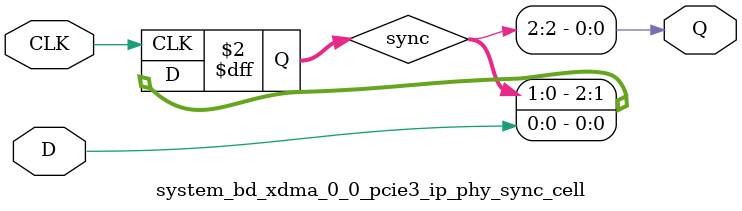
<source format=v>





`timescale 1ps / 1ps



//-------------------------------------------------------------------------------------------------
//  Synchronizer Library Module
//-------------------------------------------------------------------------------------------------
module system_bd_xdma_0_0_pcie3_ip_phy_sync_cell #
(
    parameter integer STAGE = 2
)
(
    //-------------------------------------------------------------------------- 
    //  Input Ports
    //-------------------------------------------------------------------------- 
    input                               CLK,
    input                               D,
    
    //-------------------------------------------------------------------------- 
    //  Output Ports
    //-------------------------------------------------------------------------- 
    output                              Q
);

    //-------------------------------------------------------------------------- 
    //  Synchronized Signals
    //--------------------------------------------------------------------------  
    (* KEEP = "TRUE", ASYNC_REG = "TRUE", SHIFT_EXTRACT = "NO" *) reg [STAGE:0] sync;                                                            



//--------------------------------------------------------------------------------------------------
//  Synchronizier
//--------------------------------------------------------------------------------------------------
always @ (posedge CLK)
begin

    sync <= {sync[(STAGE-1):0], D};
            
end   



//--------------------------------------------------------------------------------------------------
//  Generate Output
//--------------------------------------------------------------------------------------------------
assign Q = sync[STAGE];


endmodule


</source>
